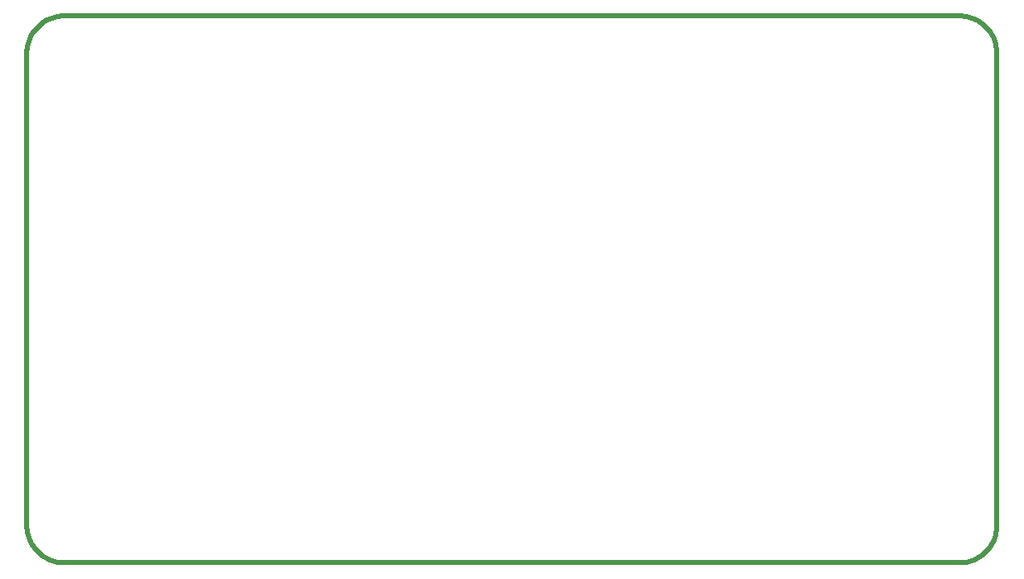
<source format=gko>
G04*
G04 #@! TF.GenerationSoftware,Altium Limited,Altium Designer,20.1.8 (145)*
G04*
G04 Layer_Color=16711935*
%FSLAX25Y25*%
%MOIN*%
G70*
G04*
G04 #@! TF.SameCoordinates,B2F8307C-7DD5-46F7-85BE-D442A9776901*
G04*
G04*
G04 #@! TF.FilePolarity,Positive*
G04*
G01*
G75*
%ADD83C,0.01968*%
D83*
X0Y15000D02*
X33Y14018D01*
X130Y13040D01*
X291Y12071D01*
X515Y11114D01*
X802Y10174D01*
X1149Y9255D01*
X1555Y8361D01*
X2019Y7495D01*
X2539Y6661D01*
X3112Y5863D01*
X3736Y5104D01*
X4408Y4387D01*
X5126Y3716D01*
X5886Y3094D01*
X6686Y2522D01*
X7520Y2004D01*
X8388Y1542D01*
X9283Y1137D01*
X10203Y792D01*
X11143Y508D01*
X12100Y286D01*
X13070Y126D01*
X14048Y31D01*
X15030Y0D01*
X375000D02*
X375981Y32D01*
X376958Y128D01*
X377926Y288D01*
X378882Y511D01*
X379822Y796D01*
X380740Y1142D01*
X381634Y1547D01*
X382500Y2010D01*
X383334Y2528D01*
X384131Y3100D01*
X384890Y3722D01*
X385607Y4393D01*
X386278Y5110D01*
X386900Y5869D01*
X387472Y6667D01*
X387990Y7500D01*
X388453Y8366D01*
X388858Y9260D01*
X389204Y10178D01*
X389489Y11118D01*
X389712Y12074D01*
X389872Y13042D01*
X389968Y14019D01*
X390000Y15000D01*
X15000Y220000D02*
X14019Y219968D01*
X13042Y219872D01*
X12074Y219712D01*
X11118Y219489D01*
X10178Y219204D01*
X9260Y218858D01*
X8366Y218453D01*
X7500Y217990D01*
X6667Y217472D01*
X5869Y216900D01*
X5110Y216278D01*
X4393Y215607D01*
X3722Y214890D01*
X3100Y214131D01*
X2528Y213334D01*
X2010Y212500D01*
X1547Y211634D01*
X1142Y210740D01*
X796Y209822D01*
X511Y208882D01*
X288Y207926D01*
X128Y206958D01*
X32Y205981D01*
X0Y205000D01*
X390000D02*
X389968Y205981D01*
X389872Y206958D01*
X389712Y207926D01*
X389489Y208882D01*
X389204Y209822D01*
X388858Y210740D01*
X388453Y211634D01*
X387990Y212500D01*
X387472Y213334D01*
X386900Y214131D01*
X386278Y214890D01*
X385607Y215607D01*
X384890Y216278D01*
X384131Y216900D01*
X383334Y217472D01*
X382500Y217990D01*
X381634Y218453D01*
X380740Y218858D01*
X379822Y219204D01*
X378882Y219489D01*
X377926Y219712D01*
X376958Y219872D01*
X375981Y219968D01*
X375000Y220000D01*
X15000D02*
X375000D01*
X-0Y15030D02*
Y205000D01*
X15030Y0D02*
X375000D01*
X390000Y15000D02*
Y205000D01*
M02*

</source>
